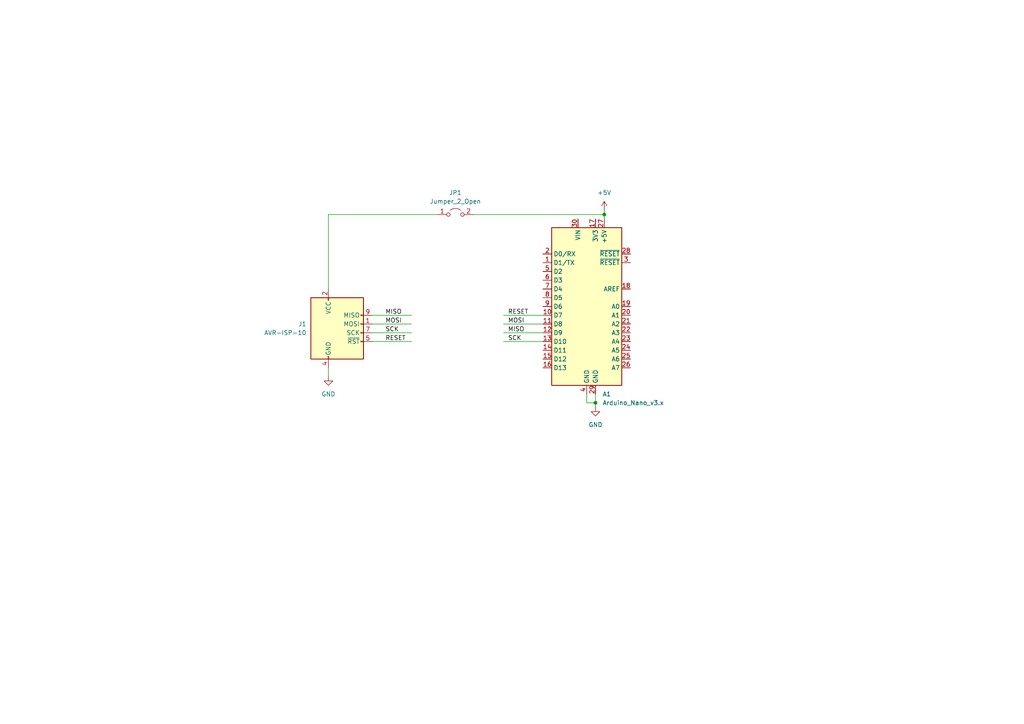
<source format=kicad_sch>
(kicad_sch (version 20211123) (generator eeschema)
  (paper "A4")
  (lib_symbols
    (symbol "Connector:AVR-ISP-10" (pin_names (offset 1.016))
      (property "Reference" "J" (at -6.35 11.43 0))
      (property "Value" "AVR-ISP-10" (at 0 11.43 0))
      (symbol "AVR-ISP-10_0_1"
        (rectangle (start -2.667 -6.858) (end -2.413 -7.62))
        (rectangle (start -2.667 10.16) (end -2.413 9.398))
        (rectangle (start 7.62 -2.413) (end 6.858 -2.667))
        (rectangle (start 7.62 0.127) (end 6.858 -0.127))
        (rectangle (start 7.62 2.667) (end 6.858 2.413))
        (rectangle (start 7.62 5.207) (end 6.858 4.953))
        (rectangle (start 7.62 10.16) (end -7.62 -7.62) (stroke (width 0.254)) (fill (type background)))
      )
      (symbol "AVR-ISP-10_1_1"
        (pin passive line (at 10.16 2.54 180) (length 2.54) (name "MOSI") (number "1"))
        (pin passive line (at -2.54 -10.16 90) (length 2.54) hide (name "GND") (number "10"))
        (pin passive line (at -2.54 12.7 270) (length 2.54) (name "VCC") (number "2"))
        (pin no_connect line (at 7.62 -5.08 180) (length 2.54) hide (name "NC") (number "3"))
        (pin passive line (at -2.54 -10.16 90) (length 2.54) (name "GND") (number "4"))
        (pin passive line (at 10.16 -2.54 180) (length 2.54) (name "~{RST}") (number "5"))
        (pin passive line (at -2.54 -10.16 90) (length 2.54) hide (name "GND") (number "6"))
        (pin passive line (at 10.16 0 180) (length 2.54) (name "SCK") (number "7"))
        (pin passive line (at -2.54 -10.16 90) (length 2.54) hide (name "GND") (number "8"))
        (pin passive line (at 10.16 5.08 180) (length 2.54) (name "MISO") (number "9"))
      )
    )
    (symbol "Jumper:Jumper_2_Open" (pin_names (offset 0) hide)
      (property "Reference" "JP" (at 0 2.794 0))
      (property "Value" "Jumper_2_Open" (at 0 -2.286 0))
      (symbol "Jumper_2_Open_0_0"
        (circle (center -2.032 0) (radius 0.508))
        (circle (center 2.032 0) (radius 0.508))
      )
      (symbol "Jumper_2_Open_0_1"
        (arc (start 1.524 1.27) (mid 0 1.778) (end -1.524 1.27))
      )
      (symbol "Jumper_2_Open_1_1"
        (pin passive line (at -5.08 0 0) (length 2.54) (name "A") (number "1"))
        (pin passive line (at 5.08 0 180) (length 2.54) (name "B") (number "2"))
      )
    )
    (symbol "MCU_Module:Arduino_Nano_v3.x"
      (property "Reference" "A" (at -10.16 23.495 0))
      (property "Value" "Arduino_Nano_v3.x" (at 5.08 -24.13 0))
      (symbol "Arduino_Nano_v3.x_0_1"
        (rectangle (start -10.16 22.86) (end 10.16 -22.86) (stroke (width 0.254)) (fill (type background)))
      )
      (symbol "Arduino_Nano_v3.x_1_1"
        (pin bidirectional line (at -12.7 12.7 0) (length 2.54) (name "D1/TX") (number "1"))
        (pin bidirectional line (at -12.7 -2.54 0) (length 2.54) (name "D7") (number "10"))
        (pin bidirectional line (at -12.7 -5.08 0) (length 2.54) (name "D8") (number "11"))
        (pin bidirectional line (at -12.7 -7.62 0) (length 2.54) (name "D9") (number "12"))
        (pin bidirectional line (at -12.7 -10.16 0) (length 2.54) (name "D10") (number "13"))
        (pin bidirectional line (at -12.7 -12.7 0) (length 2.54) (name "D11") (number "14"))
        (pin bidirectional line (at -12.7 -15.24 0) (length 2.54) (name "D12") (number "15"))
        (pin bidirectional line (at -12.7 -17.78 0) (length 2.54) (name "D13") (number "16"))
        (pin power_out line (at 2.54 25.4 270) (length 2.54) (name "3V3") (number "17"))
        (pin input line (at 12.7 5.08 180) (length 2.54) (name "AREF") (number "18"))
        (pin bidirectional line (at 12.7 0 180) (length 2.54) (name "A0") (number "19"))
        (pin bidirectional line (at -12.7 15.24 0) (length 2.54) (name "D0/RX") (number "2"))
        (pin bidirectional line (at 12.7 -2.54 180) (length 2.54) (name "A1") (number "20"))
        (pin bidirectional line (at 12.7 -5.08 180) (length 2.54) (name "A2") (number "21"))
        (pin bidirectional line (at 12.7 -7.62 180) (length 2.54) (name "A3") (number "22"))
        (pin bidirectional line (at 12.7 -10.16 180) (length 2.54) (name "A4") (number "23"))
        (pin bidirectional line (at 12.7 -12.7 180) (length 2.54) (name "A5") (number "24"))
        (pin bidirectional line (at 12.7 -15.24 180) (length 2.54) (name "A6") (number "25"))
        (pin bidirectional line (at 12.7 -17.78 180) (length 2.54) (name "A7") (number "26"))
        (pin power_out line (at 5.08 25.4 270) (length 2.54) (name "+5V") (number "27"))
        (pin input line (at 12.7 15.24 180) (length 2.54) (name "~{RESET}") (number "28"))
        (pin power_in line (at 2.54 -25.4 90) (length 2.54) (name "GND") (number "29"))
        (pin input line (at 12.7 12.7 180) (length 2.54) (name "~{RESET}") (number "3"))
        (pin power_in line (at -2.54 25.4 270) (length 2.54) (name "VIN") (number "30"))
        (pin power_in line (at 0 -25.4 90) (length 2.54) (name "GND") (number "4"))
        (pin bidirectional line (at -12.7 10.16 0) (length 2.54) (name "D2") (number "5"))
        (pin bidirectional line (at -12.7 7.62 0) (length 2.54) (name "D3") (number "6"))
        (pin bidirectional line (at -12.7 5.08 0) (length 2.54) (name "D4") (number "7"))
        (pin bidirectional line (at -12.7 2.54 0) (length 2.54) (name "D5") (number "8"))
        (pin bidirectional line (at -12.7 0 0) (length 2.54) (name "D6") (number "9"))
      )
    )
    (symbol "power:+5V" (power) (pin_names (offset 0))
      (property "Value" "+5V" (at 0 3.556 0))
      (symbol "+5V_0_1"
        (polyline (pts (xy -0.762 1.27) (xy 0 2.54)))
        (polyline (pts (xy 0 0) (xy 0 2.54)))
        (polyline (pts (xy 0 2.54) (xy 0.762 1.27)))
      )
      (symbol "+5V_1_1"
        (pin power_in line (at 0 0 90) (length 0) hide (name "+5V") (number "1"))
      )
    )
    (symbol "power:GND" (power) (pin_names (offset 0))
      (property "Value" "GND" (at 0 -3.81 0))
      (symbol "GND_0_1"
        (polyline (pts (xy 0 0) (xy 0 -1.27) (xy 1.27 -1.27) (xy 0 -2.54) (xy -1.27 -1.27) (xy 0 -1.27)))
      )
      (symbol "GND_1_1"
        (pin power_in line (at 0 0 270) (length 0) hide (name "GND") (number "1"))
      )
    )
  )
  (junction (at 175.26 62.23))
  (junction (at 172.72 116.84))
  (wire (pts (xy 95.25 106.68) (xy 95.25 109.22)))
  (wire (pts (xy 107.95 91.44) (xy 119.38 91.44)))
  (wire (pts (xy 170.18 114.3) (xy 170.18 116.84)))
  (wire (pts (xy 146.05 91.44) (xy 157.48 91.44)))
  (wire (pts (xy 107.95 93.98) (xy 119.38 93.98)))
  (wire (pts (xy 107.95 99.06) (xy 119.38 99.06)))
  (wire (pts (xy 175.26 60.96) (xy 175.26 62.23)))
  (wire (pts (xy 107.95 96.52) (xy 119.38 96.52)))
  (wire (pts (xy 95.25 62.23) (xy 127 62.23)))
  (wire (pts (xy 146.05 93.98) (xy 157.48 93.98)))
  (wire (pts (xy 146.05 96.52) (xy 157.48 96.52)))
  (wire (pts (xy 137.16 62.23) (xy 175.26 62.23)))
  (wire (pts (xy 170.18 116.84) (xy 172.72 116.84)))
  (wire (pts (xy 172.72 116.84) (xy 172.72 114.3)))
  (wire (pts (xy 172.72 116.84) (xy 172.72 118.11)))
  (wire (pts (xy 95.25 83.82) (xy 95.25 62.23)))
  (wire (pts (xy 146.05 99.06) (xy 157.48 99.06)))
  (wire (pts (xy 175.26 62.23) (xy 175.26 63.5)))
  (label "MISO" (at 147.32 96.52 0))
  (label "RESET" (at 111.76 99.06 0))
  (label "RESET" (at 147.32 91.44 0))
  (label "SCK" (at 147.32 99.06 0))
  (label "MOSI" (at 111.76 93.98 0))
  (label "MOSI" (at 147.32 93.98 0))
  (label "SCK" (at 111.76 96.52 0))
  (label "MISO" (at 111.76 91.44 0))
  (symbol (lib_id "Jumper:Jumper_2_Open") (at 132.08 62.23 0) (unit 1)
    (property "Reference" "JP1" (at 132.08 55.88 0))
    (property "Value" "Jumper_2_Open" (at 132.08 58.42 0))
    (property "Footprint" "Connector_PinHeader_2.54mm:PinHeader_1x02_P2.54mm_Vertical" (effects hide))
  )
  (symbol (lib_id "Connector:AVR-ISP-10") (at 97.79 96.52 0) (unit 1)
    (property "Reference" "J1" (at 88.9 93.9799 0) (effects (justify right)))
    (property "Value" "AVR-ISP-10" (at 88.9 96.5199 0) (effects (justify right)))
    (property "Footprint" "Connector_IDC:IDC-Header_2x05_P2.54mm_Vertical" (effects hide))
    (property "Datasheet" " ~" (effects hide))
  )
  (symbol (lib_id "MCU_Module:Arduino_Nano_v3.x") (at 170.18 88.9 0) (unit 1)
    (property "Reference" "A1" (at 174.7394 114.3 0) (effects (justify left)))
    (property "Value" "Arduino_Nano_v3.x" (at 174.7394 116.84 0) (effects (justify left)))
    (property "Footprint" "Module:Arduino_Nano" (effects hide))
    (property "Datasheet" "http://www.mouser.com/pdfdocs/Gravitech_Arduino_Nano3_0.pdf" (effects hide))
  )
  (symbol (lib_id "power:GND") (at 95.25 109.22 0) (unit 1)
    (property "Reference" "#PWR01" (effects hide))
    (property "Value" "GND" (at 95.25 114.3 0))
  )
  (symbol (lib_id "power:+5V") (at 175.26 60.96 0) (unit 1)
    (property "Reference" "#PWR03" (effects hide))
    (property "Value" "+5V" (at 175.26 55.88 0))
  )
  (symbol (lib_id "power:GND") (at 172.72 118.11 0) (unit 1)
    (property "Reference" "#PWR02" (effects hide))
    (property "Value" "GND" (at 172.72 123.19 0))
  )
)
</source>
